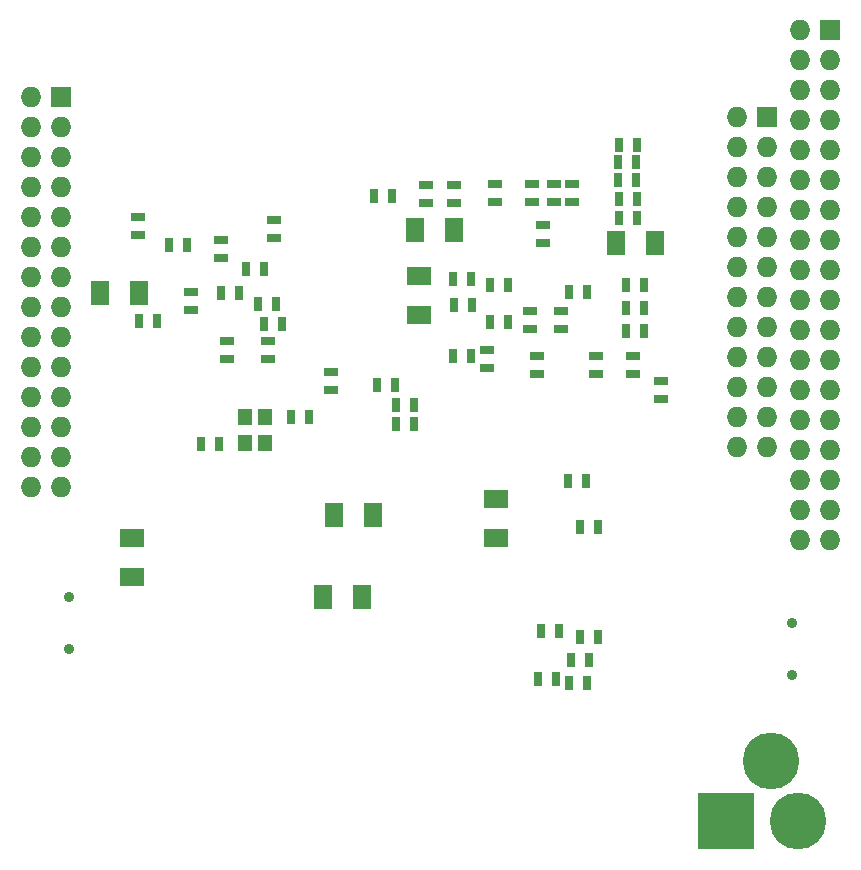
<source format=gbs>
G04 #@! TF.FileFunction,Soldermask,Bot*
%FSLAX46Y46*%
G04 Gerber Fmt 4.6, Leading zero omitted, Abs format (unit mm)*
G04 Created by KiCad (PCBNEW 0.201509020901+6148~28~ubuntu14.04.1-product) date Tue 20 Oct 2015 11:08:51 PM COT*
%MOMM*%
G01*
G04 APERTURE LIST*
%ADD10C,0.100000*%
%ADD11R,2.032000X1.524000*%
%ADD12R,1.143000X0.635000*%
%ADD13R,0.635000X1.143000*%
%ADD14R,1.524000X2.032000*%
%ADD15R,1.198880X1.399540*%
%ADD16R,1.727200X1.727200*%
%ADD17O,1.727200X1.727200*%
%ADD18C,0.899160*%
%ADD19C,4.800600*%
%ADD20R,4.800600X4.800600*%
G04 APERTURE END LIST*
D10*
D11*
X30250000Y-110969000D03*
X30250000Y-114271000D03*
D12*
X42290000Y-84098000D03*
X42290000Y-85622000D03*
D13*
X43708000Y-100790000D03*
X45232000Y-100790000D03*
X37632000Y-103010000D03*
X36108000Y-103010000D03*
D12*
X30800000Y-83838000D03*
X30800000Y-85362000D03*
D13*
X30858000Y-92640000D03*
X32382000Y-92640000D03*
D12*
X47070000Y-96918000D03*
X47070000Y-98442000D03*
X35280000Y-91702000D03*
X35280000Y-90178000D03*
D13*
X41458000Y-92860000D03*
X42982000Y-92860000D03*
X41442000Y-88250000D03*
X39918000Y-88250000D03*
D12*
X37800000Y-85758000D03*
X37800000Y-87282000D03*
D14*
X30857000Y-90279800D03*
X27555000Y-90279800D03*
D15*
X41550000Y-100780000D03*
X41550000Y-102979640D03*
X39850740Y-102979640D03*
X39850740Y-100780000D03*
D13*
X33358000Y-86150000D03*
X34882000Y-86150000D03*
X39322000Y-90280000D03*
X37798000Y-90280000D03*
D12*
X41790000Y-95802000D03*
X41790000Y-94278000D03*
D13*
X42422000Y-91150000D03*
X40898000Y-91150000D03*
D12*
X38270000Y-95802000D03*
X38270000Y-94278000D03*
X75030000Y-97708000D03*
X75030000Y-99232000D03*
D13*
X52532000Y-98050000D03*
X51008000Y-98050000D03*
D12*
X72710000Y-97152000D03*
X72710000Y-95628000D03*
X57552400Y-81110400D03*
X57552400Y-82634400D03*
D13*
X73602000Y-91530000D03*
X72078000Y-91530000D03*
D12*
X64110000Y-80998000D03*
X64110000Y-82522000D03*
D13*
X57398000Y-89050000D03*
X58922000Y-89050000D03*
X67204400Y-106180200D03*
X68728400Y-106180200D03*
D12*
X65970000Y-80988000D03*
X65970000Y-82512000D03*
D13*
X57488000Y-91229000D03*
X59012000Y-91229000D03*
X52292000Y-82060000D03*
X50768000Y-82060000D03*
D12*
X67530000Y-80988000D03*
X67530000Y-82512000D03*
X55139400Y-81085000D03*
X55139400Y-82609000D03*
X61020000Y-80988000D03*
X61020000Y-82512000D03*
D13*
X57398000Y-95550000D03*
X58922000Y-95550000D03*
D12*
X60330000Y-96582000D03*
X60330000Y-95058000D03*
X69540000Y-97142000D03*
X69540000Y-95618000D03*
X64540000Y-97122000D03*
X64540000Y-95598000D03*
D13*
X73032000Y-83870000D03*
X71508000Y-83870000D03*
X73579800Y-93505600D03*
X72055800Y-93505600D03*
X60528000Y-89590000D03*
X62052000Y-89590000D03*
X60538000Y-92670000D03*
X62062000Y-92670000D03*
D12*
X66556700Y-93327800D03*
X66556700Y-91803800D03*
D13*
X68158000Y-110050000D03*
X69682000Y-110050000D03*
X68752000Y-90160000D03*
X67228000Y-90160000D03*
D12*
X63990000Y-93322000D03*
X63990000Y-91798000D03*
X65020000Y-84508000D03*
X65020000Y-86032000D03*
D13*
X73612000Y-89610000D03*
X72088000Y-89610000D03*
X52578000Y-99700000D03*
X54102000Y-99700000D03*
X52608000Y-101320000D03*
X54132000Y-101320000D03*
D11*
X54555200Y-92083200D03*
X54555200Y-88781200D03*
X61040000Y-107659000D03*
X61040000Y-110961000D03*
D14*
X57488900Y-84920400D03*
X54186900Y-84920400D03*
X50661000Y-109080000D03*
X47359000Y-109080000D03*
X74545000Y-86025300D03*
X71243000Y-86025300D03*
X46389000Y-115980000D03*
X49691000Y-115980000D03*
D16*
X89370000Y-68020000D03*
D17*
X86830000Y-68020000D03*
X89370000Y-70560000D03*
X86830000Y-70560000D03*
X89370000Y-73100000D03*
X86830000Y-73100000D03*
X89370000Y-75640000D03*
X86830000Y-75640000D03*
X89370000Y-78180000D03*
X86830000Y-78180000D03*
X89370000Y-80720000D03*
X86830000Y-80720000D03*
X89370000Y-83260000D03*
X86830000Y-83260000D03*
X89370000Y-85800000D03*
X86830000Y-85800000D03*
X89370000Y-88340000D03*
X86830000Y-88340000D03*
X89370000Y-90880000D03*
X86830000Y-90880000D03*
X89370000Y-93420000D03*
X86830000Y-93420000D03*
X89370000Y-95960000D03*
X86830000Y-95960000D03*
X89370000Y-98500000D03*
X86830000Y-98500000D03*
X89370000Y-101040000D03*
X86830000Y-101040000D03*
X89370000Y-103580000D03*
X86830000Y-103580000D03*
X89370000Y-106120000D03*
X86830000Y-106120000D03*
X89370000Y-108660000D03*
X86830000Y-108660000D03*
X89370000Y-111200000D03*
X86830000Y-111200000D03*
D16*
X84020000Y-75370000D03*
D17*
X81480000Y-75370000D03*
X84020000Y-77910000D03*
X81480000Y-77910000D03*
X84020000Y-80450000D03*
X81480000Y-80450000D03*
X84020000Y-82990000D03*
X81480000Y-82990000D03*
X84020000Y-85530000D03*
X81480000Y-85530000D03*
X84020000Y-88070000D03*
X81480000Y-88070000D03*
X84020000Y-90610000D03*
X81480000Y-90610000D03*
X84020000Y-93150000D03*
X81480000Y-93150000D03*
X84020000Y-95690000D03*
X81480000Y-95690000D03*
X84020000Y-98230000D03*
X81480000Y-98230000D03*
X84020000Y-100770000D03*
X81480000Y-100770000D03*
X84020000Y-103310000D03*
X81480000Y-103310000D03*
D16*
X24220000Y-73620000D03*
D17*
X21680000Y-73620000D03*
X24220000Y-76160000D03*
X21680000Y-76160000D03*
X24220000Y-78700000D03*
X21680000Y-78700000D03*
X24220000Y-81240000D03*
X21680000Y-81240000D03*
X24220000Y-83780000D03*
X21680000Y-83780000D03*
X24220000Y-86320000D03*
X21680000Y-86320000D03*
X24220000Y-88860000D03*
X21680000Y-88860000D03*
X24220000Y-91400000D03*
X21680000Y-91400000D03*
X24220000Y-93940000D03*
X21680000Y-93940000D03*
X24220000Y-96480000D03*
X21680000Y-96480000D03*
X24220000Y-99020000D03*
X21680000Y-99020000D03*
X24220000Y-101560000D03*
X21680000Y-101560000D03*
X24220000Y-104100000D03*
X21680000Y-104100000D03*
X24220000Y-106640000D03*
X21680000Y-106640000D03*
D13*
X71448000Y-77760000D03*
X72972000Y-77760000D03*
X71438000Y-79170000D03*
X72962000Y-79170000D03*
X71428000Y-80660000D03*
X72952000Y-80660000D03*
X71488000Y-82280000D03*
X73012000Y-82280000D03*
X68972000Y-121350000D03*
X67448000Y-121350000D03*
X68792000Y-123270000D03*
X67268000Y-123270000D03*
X69702000Y-119370000D03*
X68178000Y-119370000D03*
X64918000Y-118860000D03*
X66442000Y-118860000D03*
X64648000Y-122900000D03*
X66172000Y-122900000D03*
D18*
X86099100Y-122569640D03*
X86099100Y-118170360D03*
D19*
X86680000Y-134950000D03*
D20*
X80584000Y-134950000D03*
D19*
X84394000Y-129870000D03*
D18*
X24890900Y-115990360D03*
X24890900Y-120389640D03*
M02*

</source>
